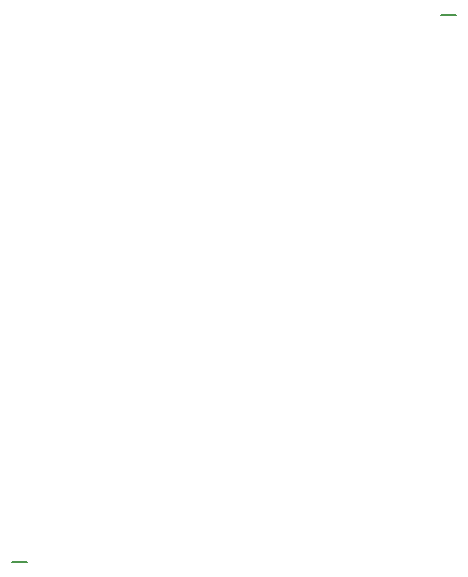
<source format=gbr>
G04 EAGLE Gerber RS-274X export*
G75*
%MOMM*%
%FSLAX34Y34*%
%LPD*%
%INSilkscreen Bottom*%
%IPPOS*%
%AMOC8*
5,1,8,0,0,1.08239X$1,22.5*%
G01*
%ADD10C,0.203200*%


D10*
X53350Y20490D02*
X40650Y20490D01*
X403650Y483490D02*
X416350Y483490D01*
M02*

</source>
